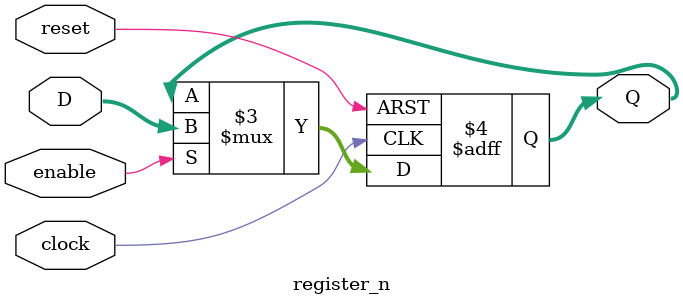
<source format=v>
module register_n
  #(parameter WIDTH = 8)
   (reset,clock,enable,D,Q);

   input reset;
   input clock;
   input enable;
   input [WIDTH-1:0] D;
   output reg [WIDTH-1:0] Q;
	
	// async
   always @(posedge clock, posedge reset)
    begin
      if (reset == 1) Q <= 0;
      else Q <= enable ? D : Q;
    end

endmodule

// reset Q 0
// eneable Q Q = D rising edge
// !eneable Q = curr
</source>
